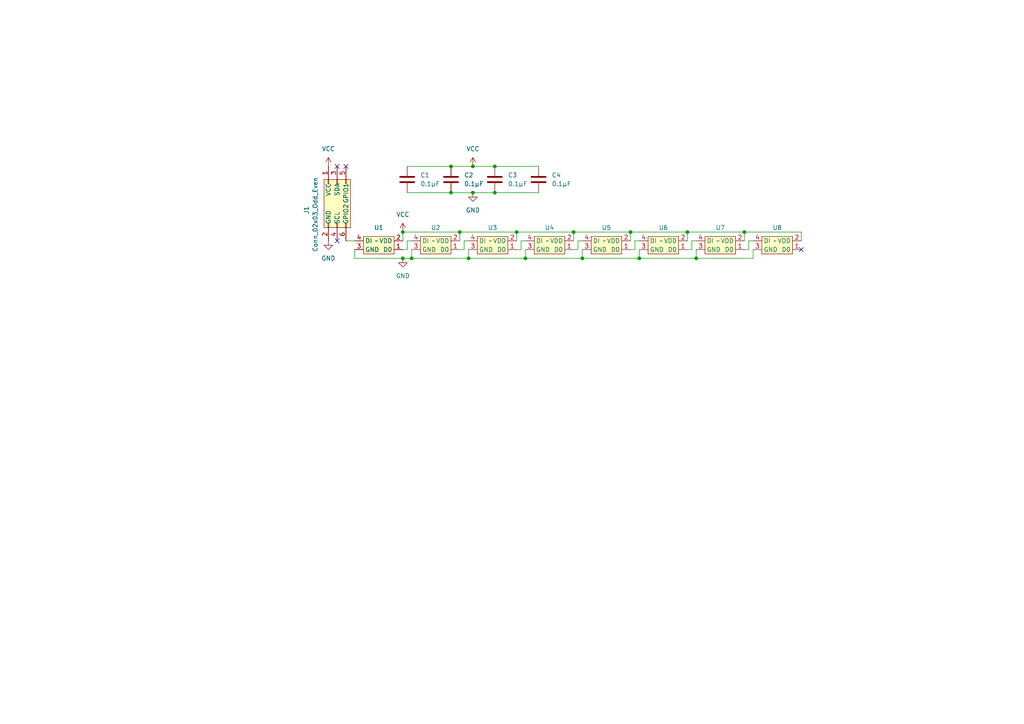
<source format=kicad_sch>
(kicad_sch (version 20231120) (generator "eeschema") (generator_version "8.0")
  (paper "A4")
  (lib_symbols
    (symbol "power:GND" (power) (pin_names (offset 0))
      (property "Value" "GND" (at 0 -3.81 0))
      (symbol "GND_0_1"
        (polyline (pts (xy 0 0) (xy 0 -1.27) (xy 1.27 -1.27) (xy 0 -2.54) (xy -1.27 -1.27) (xy 0 -1.27)))
      )
      (symbol "GND_1_1"
        (pin power_in line (at 0 0 270) (length 0) hide (name "GND") (number "1"))
      )
    )
    (symbol "power:VCC" (power) (pin_names (offset 0))
      (property "Value" "VCC" (at 0 3.81 0))
      (symbol "VCC_0_1"
        (polyline (pts (xy -0.762 1.27) (xy 0 2.54)))
        (polyline (pts (xy 0 0) (xy 0 2.54)))
        (polyline (pts (xy 0 2.54) (xy 0.762 1.27)))
      )
      (symbol "VCC_1_1"
        (pin power_in line (at 0 0 90) (length 0) hide (name "VCC") (number "1"))
      )
    )
    (symbol "sao:C" (pin_numbers hide) (pin_names (offset 0.254))
      (property "Reference" "C" (at 0.635 2.54 0))
      (property "Value" "100nF" (at 0.635 -2.54 0))
      (symbol "C_0_1"
        (polyline (pts (xy -2.032 -0.762) (xy 2.032 -0.762)) (stroke (width 0.508)))
        (polyline (pts (xy -2.032 0.762) (xy 2.032 0.762)) (stroke (width 0.508)))
      )
      (symbol "C_1_1"
        (pin passive line (at 0 3.81 270) (length 2.794) (name "~") (number "1"))
        (pin passive line (at 0 -3.81 90) (length 2.794) (name "~") (number "2"))
      )
    )
    (symbol "sao:Conn_02x03_Odd_Even" (pin_names (offset 1.016))
      (property "Reference" "J" (at 1.27 5.08 0))
      (property "Value" "Conn_02x03_Odd_Even" (at 1.27 -5.08 0))
      (symbol "Conn_02x03_Odd_Even_1_1"
        (rectangle (start -1.27 -2.413) (end 0 -2.667) (stroke (width 0.1524)))
        (rectangle (start -1.27 0.127) (end 0 -0.127) (stroke (width 0.1524)))
        (rectangle (start -1.27 2.667) (end 0 2.413) (stroke (width 0.1524)))
        (rectangle (start -1.27 3.81) (end 12.7 -3.81) (fill (type background)))
        (rectangle (start 12.7 -2.413) (end 11.43 -2.667) (stroke (width 0.1524)))
        (rectangle (start 12.7 0.127) (end 11.43 -0.127) (stroke (width 0.1524)))
        (rectangle (start 12.7 2.667) (end 11.43 2.413) (stroke (width 0.1524)))
        (pin passive line (at -5.08 2.54 0) (length 3.81) (name "VCC") (number "1"))
        (pin passive line (at 16.51 2.54 180) (length 3.81) (name "GND") (number "2"))
        (pin passive line (at -5.08 0 0) (length 3.81) (name "SDA") (number "3"))
        (pin passive line (at 16.51 0 180) (length 3.81) (name "SCL") (number "4"))
        (pin passive line (at -5.08 -2.54 0) (length 3.81) (name "GPIO1") (number "5"))
        (pin passive line (at 16.51 -2.54 180) (length 3.81) (name "GPIO2") (number "6"))
      )
    )
    (symbol "sao:XL-1010RGBC-WS2812B"
      (property "Reference" "U" (at 0 3.81 0))
      (symbol "XL-1010RGBC-WS2812B_1_1"
        (rectangle (start -5.08 2.54) (end 3.81 -2.54) (fill (type background)))
        (pin output line (at 6.35 -1.27 180) (length 2.54) (name "D0") (number "1"))
        (pin power_in line (at 6.35 1.27 180) (length 2.54) (name "VDD") (number "2"))
        (pin power_in line (at -7.62 -1.27 0) (length 2.54) (name "GND") (number "3"))
        (pin input line (at -7.62 1.27 0) (length 2.54) (name "DI") (number "4"))
      )
    )
  )
  (junction (at 135.89 74.93))
  (junction (at 130.81 48.26))
  (junction (at 133.35 67.31))
  (junction (at 143.51 55.88))
  (junction (at 137.16 55.88))
  (junction (at 149.86 67.31))
  (junction (at 185.42 74.93))
  (junction (at 143.51 48.26))
  (junction (at 116.84 67.31))
  (junction (at 116.84 74.93))
  (junction (at 182.88 67.31))
  (junction (at 199.39 67.31))
  (junction (at 166.37 67.31))
  (junction (at 130.81 55.88))
  (junction (at 119.38 74.93))
  (junction (at 168.91 74.93))
  (junction (at 215.9 67.31))
  (junction (at 201.93 74.93))
  (junction (at 137.16 48.26))
  (junction (at 152.4 74.93))
  (no_connect (at 97.79 69.85))
  (no_connect (at 232.41 72.39))
  (no_connect (at 100.33 48.26))
  (no_connect (at 97.79 48.26))
  (wire (pts (xy 184.15 69.85) (xy 185.42 69.85)))
  (wire (pts (xy 182.88 67.31) (xy 182.88 69.85)))
  (wire (pts (xy 199.39 72.39) (xy 200.66 72.39)))
  (wire (pts (xy 116.84 74.93) (xy 102.87 74.93)))
  (wire (pts (xy 232.41 67.31) (xy 232.41 69.85)))
  (wire (pts (xy 168.91 74.93) (xy 185.42 74.93)))
  (wire (pts (xy 118.11 55.88) (xy 130.81 55.88)))
  (wire (pts (xy 137.16 55.88) (xy 143.51 55.88)))
  (wire (pts (xy 134.62 72.39) (xy 134.62 69.85)))
  (wire (pts (xy 118.11 72.39) (xy 118.11 69.85)))
  (wire (pts (xy 118.11 69.85) (xy 119.38 69.85)))
  (wire (pts (xy 102.87 72.39) (xy 102.87 74.93)))
  (wire (pts (xy 118.11 48.26) (xy 130.81 48.26)))
  (wire (pts (xy 215.9 67.31) (xy 232.41 67.31)))
  (wire (pts (xy 167.64 69.85) (xy 168.91 69.85)))
  (wire (pts (xy 116.84 72.39) (xy 118.11 72.39)))
  (wire (pts (xy 166.37 72.39) (xy 167.64 72.39)))
  (wire (pts (xy 167.64 72.39) (xy 167.64 69.85)))
  (wire (pts (xy 201.93 74.93) (xy 218.44 74.93)))
  (wire (pts (xy 215.9 72.39) (xy 217.17 72.39)))
  (wire (pts (xy 137.16 48.26) (xy 143.51 48.26)))
  (wire (pts (xy 116.84 67.31) (xy 116.84 69.85)))
  (wire (pts (xy 116.84 67.31) (xy 133.35 67.31)))
  (wire (pts (xy 135.89 72.39) (xy 135.89 74.93)))
  (wire (pts (xy 133.35 67.31) (xy 133.35 69.85)))
  (wire (pts (xy 133.35 72.39) (xy 134.62 72.39)))
  (wire (pts (xy 199.39 67.31) (xy 199.39 69.85)))
  (wire (pts (xy 217.17 69.85) (xy 218.44 69.85)))
  (wire (pts (xy 134.62 69.85) (xy 135.89 69.85)))
  (wire (pts (xy 135.89 74.93) (xy 152.4 74.93)))
  (wire (pts (xy 143.51 55.88) (xy 156.21 55.88)))
  (wire (pts (xy 149.86 67.31) (xy 149.86 69.85)))
  (wire (pts (xy 200.66 69.85) (xy 201.93 69.85)))
  (wire (pts (xy 149.86 67.31) (xy 166.37 67.31)))
  (wire (pts (xy 168.91 72.39) (xy 168.91 74.93)))
  (wire (pts (xy 185.42 74.93) (xy 201.93 74.93)))
  (wire (pts (xy 152.4 72.39) (xy 152.4 74.93)))
  (wire (pts (xy 130.81 48.26) (xy 137.16 48.26)))
  (wire (pts (xy 133.35 67.31) (xy 149.86 67.31)))
  (wire (pts (xy 143.51 48.26) (xy 156.21 48.26)))
  (wire (pts (xy 119.38 72.39) (xy 119.38 74.93)))
  (wire (pts (xy 217.17 72.39) (xy 217.17 69.85)))
  (wire (pts (xy 184.15 72.39) (xy 184.15 69.85)))
  (wire (pts (xy 152.4 74.93) (xy 168.91 74.93)))
  (wire (pts (xy 182.88 72.39) (xy 184.15 72.39)))
  (wire (pts (xy 185.42 72.39) (xy 185.42 74.93)))
  (wire (pts (xy 151.13 69.85) (xy 152.4 69.85)))
  (wire (pts (xy 166.37 67.31) (xy 182.88 67.31)))
  (wire (pts (xy 201.93 72.39) (xy 201.93 74.93)))
  (wire (pts (xy 218.44 72.39) (xy 218.44 74.93)))
  (wire (pts (xy 119.38 74.93) (xy 135.89 74.93)))
  (wire (pts (xy 151.13 72.39) (xy 151.13 69.85)))
  (wire (pts (xy 182.88 67.31) (xy 199.39 67.31)))
  (wire (pts (xy 100.33 69.85) (xy 102.87 69.85)))
  (wire (pts (xy 130.81 55.88) (xy 137.16 55.88)))
  (wire (pts (xy 166.37 67.31) (xy 166.37 69.85)))
  (wire (pts (xy 199.39 67.31) (xy 215.9 67.31)))
  (wire (pts (xy 200.66 72.39) (xy 200.66 69.85)))
  (wire (pts (xy 149.86 72.39) (xy 151.13 72.39)))
  (wire (pts (xy 215.9 67.31) (xy 215.9 69.85)))
  (wire (pts (xy 116.84 74.93) (xy 119.38 74.93)))
  (symbol (lib_id "sao:XL-1010RGBC-WS2812B") (at 193.04 71.12 0) (unit 1)
    (property "Reference" "U6" (at 192.405 66.04 0))
    (property "Value" "~" (at 191.77 69.85 0))
    (property "Footprint" "sao:led-1010" (effects (hide yes)))
    (property "Datasheet" "https://datasheet.lcsc.com/lcsc/2301111010_XINGLIGHT-XL-1010RGBC-WS2812B_C5349953.pdf" (effects (hide yes)))
    (property "LCSC" "C5349953" (effects (hide yes)))
  )
  (symbol (lib_id "sao:C") (at 130.81 52.07 0) (unit 1)
    (property "Reference" "C2" (at 134.62 50.8 0) (effects (justify left)))
    (property "Value" "0.1μF" (at 134.62 53.34 0) (effects (justify left)))
    (property "Footprint" "sao:C_0603_1608Metric" (effects (hide yes)))
    (property "Datasheet" "https://datasheet.lcsc.com/lcsc/2304140030_YAGEO-CC0603JRX7R9BB104_C91183.pdf" (effects (hide yes)))
    (property "LCSC" "C91183" (effects (hide yes)))
  )
  (symbol (lib_id "sao:Conn_02x03_Odd_Even") (at 97.79 53.34 90) (mirror x) (unit 1)
    (property "Reference" "J1" (at 88.9 60.96 0))
    (property "Value" "Conn_02x03_Odd_Even" (at 91.44 62.23 0))
    (property "Footprint" "Connector_PinHeader_2.54mm:PinHeader_2x03_P2.54mm_Vertical" (effects (hide yes)))
    (property "Datasheet" "https://datasheet.lcsc.com/lcsc/2003191006_XFCN-PZ254V-12-6P_C492420.pdf" (effects (hide yes)))
    (property "LCSC" "C492420" (effects (hide yes)))
  )
  (symbol (lib_id "power:GND") (at 137.16 55.88 0) (unit 1)
    (property "Reference" "#PWR04" (effects (hide yes)))
    (property "Value" "GND" (at 137.16 60.96 0))
  )
  (symbol (lib_id "power:VCC") (at 95.25 48.26 0) (unit 1)
    (property "Reference" "#PWR06" (effects (hide yes)))
    (property "Value" "VCC" (at 95.25 43.18 0))
  )
  (symbol (lib_id "sao:C") (at 143.51 52.07 0) (unit 1)
    (property "Reference" "C3" (at 147.32 50.8 0) (effects (justify left)))
    (property "Value" "0.1μF" (at 147.32 53.34 0) (effects (justify left)))
    (property "Footprint" "sao:C_0603_1608Metric" (effects (hide yes)))
    (property "Datasheet" "https://datasheet.lcsc.com/lcsc/2304140030_YAGEO-CC0603JRX7R9BB104_C91183.pdf" (effects (hide yes)))
    (property "LCSC" "C91183" (effects (hide yes)))
  )
  (symbol (lib_id "power:VCC") (at 116.84 67.31 0) (unit 1)
    (property "Reference" "#PWR01" (effects (hide yes)))
    (property "Value" "VCC" (at 116.84 62.23 0))
  )
  (symbol (lib_id "sao:C") (at 118.11 52.07 0) (unit 1)
    (property "Reference" "C1" (at 121.92 50.8 0) (effects (justify left)))
    (property "Value" "0.1μF" (at 121.92 53.34 0) (effects (justify left)))
    (property "Footprint" "sao:C_0603_1608Metric" (effects (hide yes)))
    (property "Datasheet" "https://datasheet.lcsc.com/lcsc/2304140030_YAGEO-CC0603JRX7R9BB104_C91183.pdf" (effects (hide yes)))
    (property "LCSC" "C91183" (effects (hide yes)))
  )
  (symbol (lib_id "sao:XL-1010RGBC-WS2812B") (at 176.53 71.12 0) (unit 1)
    (property "Reference" "U5" (at 175.895 66.04 0))
    (property "Value" "~" (at 175.26 69.85 0))
    (property "Footprint" "sao:led-1010" (effects (hide yes)))
    (property "Datasheet" "https://datasheet.lcsc.com/lcsc/2301111010_XINGLIGHT-XL-1010RGBC-WS2812B_C5349953.pdf" (effects (hide yes)))
    (property "LCSC" "C5349953" (effects (hide yes)))
  )
  (symbol (lib_id "sao:XL-1010RGBC-WS2812B") (at 160.02 71.12 0) (unit 1)
    (property "Reference" "U4" (at 159.385 66.04 0))
    (property "Value" "~" (at 158.75 69.85 0))
    (property "Footprint" "sao:led-1010" (effects (hide yes)))
    (property "Datasheet" "https://datasheet.lcsc.com/lcsc/2301111010_XINGLIGHT-XL-1010RGBC-WS2812B_C5349953.pdf" (effects (hide yes)))
    (property "LCSC" "C5349953" (effects (hide yes)))
  )
  (symbol (lib_id "sao:C") (at 156.21 52.07 0) (unit 1)
    (property "Reference" "C4" (at 160.02 50.8 0) (effects (justify left)))
    (property "Value" "0.1μF" (at 160.02 53.34 0) (effects (justify left)))
    (property "Footprint" "sao:C_0603_1608Metric" (effects (hide yes)))
    (property "Datasheet" "https://datasheet.lcsc.com/lcsc/2304140030_YAGEO-CC0603JRX7R9BB104_C91183.pdf" (effects (hide yes)))
    (property "LCSC" "C91183" (effects (hide yes)))
  )
  (symbol (lib_id "sao:XL-1010RGBC-WS2812B") (at 110.49 71.12 0) (unit 1)
    (property "Reference" "U1" (at 109.855 66.04 0))
    (property "Value" "~" (at 109.22 69.85 0))
    (property "Footprint" "sao:led-1010" (effects (hide yes)))
    (property "Datasheet" "https://datasheet.lcsc.com/lcsc/2301111010_XINGLIGHT-XL-1010RGBC-WS2812B_C5349953.pdf" (effects (hide yes)))
    (property "LCSC" "C5349953" (effects (hide yes)))
  )
  (symbol (lib_id "sao:XL-1010RGBC-WS2812B") (at 127 71.12 0) (unit 1)
    (property "Reference" "U2" (at 126.365 66.04 0))
    (property "Value" "~" (at 125.73 69.85 0))
    (property "Footprint" "sao:led-1010" (effects (hide yes)))
    (property "Datasheet" "https://datasheet.lcsc.com/lcsc/2301111010_XINGLIGHT-XL-1010RGBC-WS2812B_C5349953.pdf" (effects (hide yes)))
    (property "LCSC" "C5349953" (effects (hide yes)))
  )
  (symbol (lib_id "sao:XL-1010RGBC-WS2812B") (at 226.06 71.12 0) (unit 1)
    (property "Reference" "U8" (at 225.425 66.04 0))
    (property "Value" "~" (at 224.79 69.85 0))
    (property "Footprint" "sao:led-1010" (effects (hide yes)))
    (property "Datasheet" "https://datasheet.lcsc.com/lcsc/2301111010_XINGLIGHT-XL-1010RGBC-WS2812B_C5349953.pdf" (effects (hide yes)))
    (property "LCSC" "C5349953" (effects (hide yes)))
  )
  (symbol (lib_id "power:VCC") (at 137.16 48.26 0) (unit 1)
    (property "Reference" "#PWR03" (effects (hide yes)))
    (property "Value" "VCC" (at 137.16 43.18 0))
  )
  (symbol (lib_id "sao:XL-1010RGBC-WS2812B") (at 209.55 71.12 0) (unit 1)
    (property "Reference" "U7" (at 208.915 66.04 0))
    (property "Value" "~" (at 208.28 69.85 0))
    (property "Footprint" "sao:led-1010" (effects (hide yes)))
    (property "Datasheet" "https://datasheet.lcsc.com/lcsc/2301111010_XINGLIGHT-XL-1010RGBC-WS2812B_C5349953.pdf" (effects (hide yes)))
    (property "LCSC" "C5349953" (effects (hide yes)))
  )
  (symbol (lib_id "power:GND") (at 116.84 74.93 0) (unit 1)
    (property "Reference" "#PWR02" (effects (hide yes)))
    (property "Value" "GND" (at 116.84 80.01 0))
  )
  (symbol (lib_id "power:GND") (at 95.25 69.85 0) (unit 1)
    (property "Reference" "#PWR05" (effects (hide yes)))
    (property "Value" "GND" (at 95.25 74.93 0))
  )
  (symbol (lib_id "sao:XL-1010RGBC-WS2812B") (at 143.51 71.12 0) (unit 1)
    (property "Reference" "U3" (at 142.875 66.04 0))
    (property "Value" "~" (at 142.24 69.85 0))
    (property "Footprint" "sao:led-1010" (effects (hide yes)))
    (property "Datasheet" "https://datasheet.lcsc.com/lcsc/2301111010_XINGLIGHT-XL-1010RGBC-WS2812B_C5349953.pdf" (effects (hide yes)))
    (property "LCSC" "C5349953" (effects (hide yes)))
  )
)
</source>
